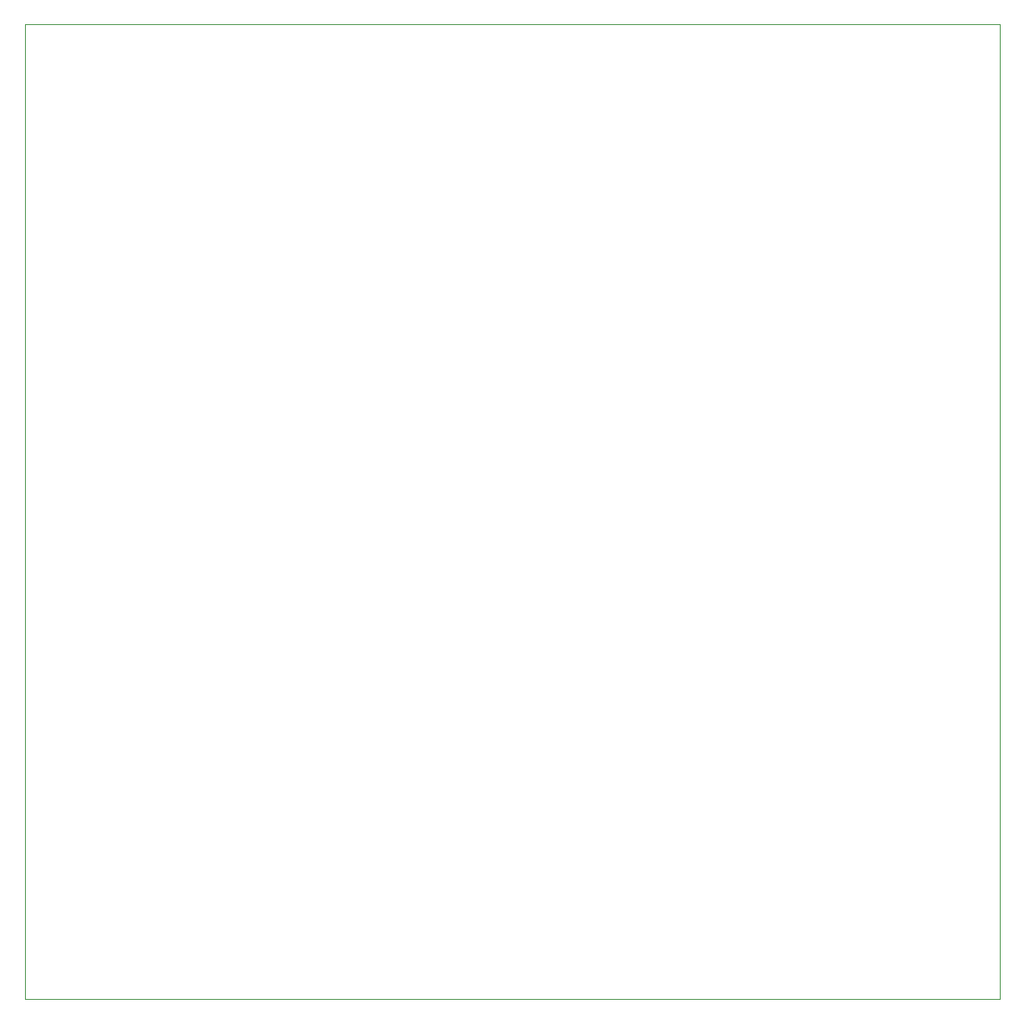
<source format=gbr>
G04 #@! TF.GenerationSoftware,KiCad,Pcbnew,8.0.6*
G04 #@! TF.CreationDate,2025-11-17T16:53:35-08:00*
G04 #@! TF.ProjectId,DAQ,4441512e-6b69-4636-9164-5f7063625858,2*
G04 #@! TF.SameCoordinates,Original*
G04 #@! TF.FileFunction,Profile,NP*
%FSLAX46Y46*%
G04 Gerber Fmt 4.6, Leading zero omitted, Abs format (unit mm)*
G04 Created by KiCad (PCBNEW 8.0.6) date 2025-11-17 16:53:35*
%MOMM*%
%LPD*%
G01*
G04 APERTURE LIST*
G04 #@! TA.AperFunction,Profile*
%ADD10C,0.050000*%
G04 #@! TD*
G04 APERTURE END LIST*
D10*
X80000000Y-139000000D02*
X179000000Y-139000000D01*
X179000000Y-40000000D02*
X179000000Y-139000000D01*
X80000000Y-40000000D02*
X80000000Y-139000000D01*
X80000000Y-40000000D02*
X179000000Y-40000000D01*
M02*

</source>
